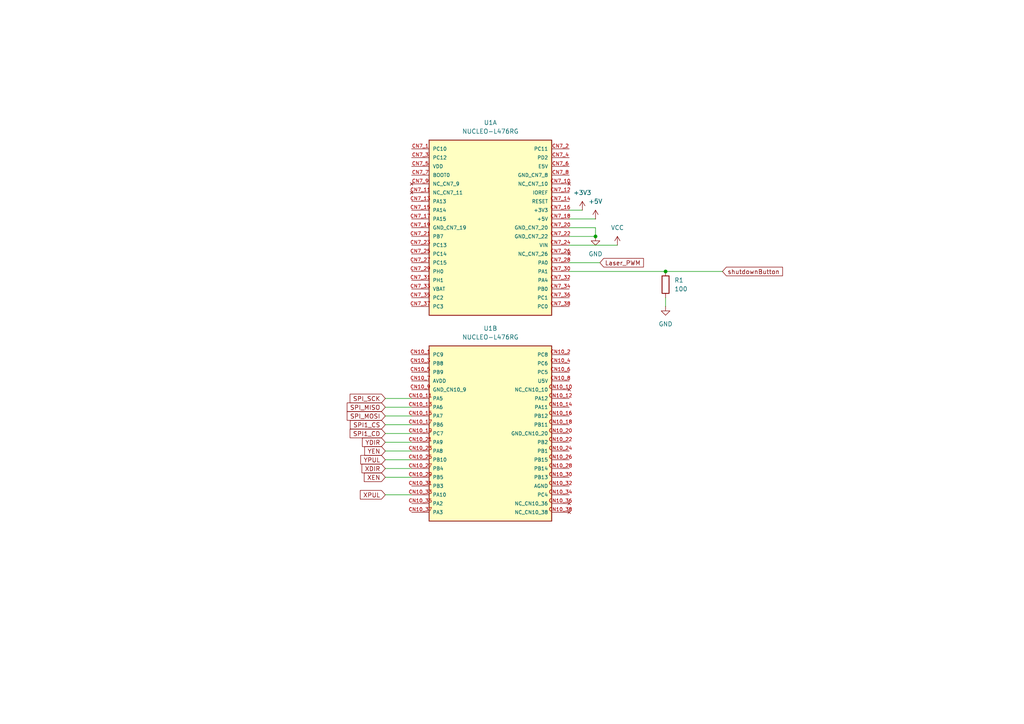
<source format=kicad_sch>
(kicad_sch (version 20231120) (generator "eeschema") (generator_version "8.0")
  (paper "A4")
  (lib_symbols
    (symbol "Device:R" (pin_numbers hide) (pin_names (offset 0))
      (property "Reference" "R" (at 2.032 0 90))
      (property "Value" "R" (at 0 0 90))
      (symbol "R_0_1"
        (rectangle (start -1.016 -2.54) (end 1.016 2.54) (stroke (width 0.254)))
      )
      (symbol "R_1_1"
        (pin passive line (at 0 3.81 270) (length 1.27) (name "~") (number "1"))
        (pin passive line (at 0 -3.81 90) (length 1.27) (name "~") (number "2"))
      )
    )
    (symbol "NUCLEO-L476RG:NUCLEO-L476RG" (pin_names (offset 1.016))
      (property "Reference" "U" (at -17.78 26.162 0))
      (property "Value" "NUCLEO-L476RG" (at -17.78 -27.94 0))
      (symbol "NUCLEO-L476RG_1_0"
        (rectangle (start -17.78 -25.4) (end 17.78 25.4) (stroke (width 0.254)) (fill (type background)))
        (pin bidirectional line (at -22.86 22.86 0) (length 5.08) (name "PC10") (number "CN7_1"))
        (pin no_connect line (at 22.86 12.7 180) (length 5.08) (name "NC_CN7_10") (number "CN7_10"))
        (pin no_connect line (at -22.86 10.16 0) (length 5.08) (name "NC_CN7_11") (number "CN7_11"))
        (pin input line (at 22.86 10.16 180) (length 5.08) (name "IOREF") (number "CN7_12"))
        (pin bidirectional line (at -22.86 7.62 0) (length 5.08) (name "PA13") (number "CN7_13"))
        (pin input line (at 22.86 7.62 180) (length 5.08) (name "RESET") (number "CN7_14"))
        (pin bidirectional line (at -22.86 5.08 0) (length 5.08) (name "PA14") (number "CN7_15"))
        (pin power_in line (at 22.86 5.08 180) (length 5.08) (name "+3V3") (number "CN7_16"))
        (pin bidirectional line (at -22.86 2.54 0) (length 5.08) (name "PA15") (number "CN7_17"))
        (pin power_in line (at 22.86 2.54 180) (length 5.08) (name "+5V") (number "CN7_18"))
        (pin power_in line (at -22.86 0 0) (length 5.08) (name "GND_CN7_19") (number "CN7_19"))
        (pin bidirectional line (at 22.86 22.86 180) (length 5.08) (name "PC11") (number "CN7_2"))
        (pin power_in line (at 22.86 0 180) (length 5.08) (name "GND_CN7_20") (number "CN7_20"))
        (pin bidirectional line (at -22.86 -2.54 0) (length 5.08) (name "PB7") (number "CN7_21"))
        (pin power_in line (at 22.86 -2.54 180) (length 5.08) (name "GND_CN7_22") (number "CN7_22"))
        (pin bidirectional line (at -22.86 -5.08 0) (length 5.08) (name "PC13") (number "CN7_23"))
        (pin power_in line (at 22.86 -5.08 180) (length 5.08) (name "VIN") (number "CN7_24"))
        (pin bidirectional line (at -22.86 -7.62 0) (length 5.08) (name "PC14") (number "CN7_25"))
        (pin no_connect line (at 22.86 -7.62 180) (length 5.08) (name "NC_CN7_26") (number "CN7_26"))
        (pin bidirectional line (at -22.86 -10.16 0) (length 5.08) (name "PC15") (number "CN7_27"))
        (pin bidirectional line (at 22.86 -10.16 180) (length 5.08) (name "PA0") (number "CN7_28"))
        (pin bidirectional line (at -22.86 -12.7 0) (length 5.08) (name "PH0") (number "CN7_29"))
        (pin bidirectional line (at -22.86 20.32 0) (length 5.08) (name "PC12") (number "CN7_3"))
        (pin bidirectional line (at 22.86 -12.7 180) (length 5.08) (name "PA1") (number "CN7_30"))
        (pin bidirectional line (at -22.86 -15.24 0) (length 5.08) (name "PH1") (number "CN7_31"))
        (pin bidirectional line (at 22.86 -15.24 180) (length 5.08) (name "PA4") (number "CN7_32"))
        (pin power_in line (at -22.86 -17.78 0) (length 5.08) (name "VBAT") (number "CN7_33"))
        (pin bidirectional line (at 22.86 -17.78 180) (length 5.08) (name "PB0") (number "CN7_34"))
        (pin bidirectional line (at -22.86 -20.32 0) (length 5.08) (name "PC2") (number "CN7_35"))
        (pin bidirectional line (at 22.86 -20.32 180) (length 5.08) (name "PC1") (number "CN7_36"))
        (pin bidirectional line (at -22.86 -22.86 0) (length 5.08) (name "PC3") (number "CN7_37"))
        (pin bidirectional line (at 22.86 -22.86 180) (length 5.08) (name "PC0") (number "CN7_38"))
        (pin bidirectional line (at 22.86 20.32 180) (length 5.08) (name "PD2") (number "CN7_4"))
        (pin power_in line (at -22.86 17.78 0) (length 5.08) (name "VDD") (number "CN7_5"))
        (pin power_in line (at 22.86 17.78 180) (length 5.08) (name "E5V") (number "CN7_6"))
        (pin input line (at -22.86 15.24 0) (length 5.08) (name "BOOT0") (number "CN7_7"))
        (pin power_in line (at 22.86 15.24 180) (length 5.08) (name "GND_CN7_8") (number "CN7_8"))
        (pin no_connect line (at -22.86 12.7 0) (length 5.08) (name "NC_CN7_9") (number "CN7_9"))
      )
      (symbol "NUCLEO-L476RG_2_0"
        (rectangle (start -17.78 -25.4) (end 17.78 25.4) (stroke (width 0.254)) (fill (type background)))
        (pin bidirectional line (at -22.86 22.86 0) (length 5.08) (name "PC9") (number "CN10_1"))
        (pin no_connect line (at 22.86 12.7 180) (length 5.08) (name "NC_CN10_10") (number "CN10_10"))
        (pin bidirectional line (at -22.86 10.16 0) (length 5.08) (name "PA5") (number "CN10_11"))
        (pin bidirectional line (at 22.86 10.16 180) (length 5.08) (name "PA12") (number "CN10_12"))
        (pin bidirectional line (at -22.86 7.62 0) (length 5.08) (name "PA6") (number "CN10_13"))
        (pin bidirectional line (at 22.86 7.62 180) (length 5.08) (name "PA11") (number "CN10_14"))
        (pin bidirectional line (at -22.86 5.08 0) (length 5.08) (name "PA7") (number "CN10_15"))
        (pin bidirectional line (at 22.86 5.08 180) (length 5.08) (name "PB12") (number "CN10_16"))
        (pin bidirectional line (at -22.86 2.54 0) (length 5.08) (name "PB6") (number "CN10_17"))
        (pin bidirectional line (at 22.86 2.54 180) (length 5.08) (name "PB11") (number "CN10_18"))
        (pin bidirectional line (at -22.86 0 0) (length 5.08) (name "PC7") (number "CN10_19"))
        (pin bidirectional line (at 22.86 22.86 180) (length 5.08) (name "PC8") (number "CN10_2"))
        (pin power_in line (at 22.86 0 180) (length 5.08) (name "GND_CN10_20") (number "CN10_20"))
        (pin bidirectional line (at -22.86 -2.54 0) (length 5.08) (name "PA9") (number "CN10_21"))
        (pin bidirectional line (at 22.86 -2.54 180) (length 5.08) (name "PB2") (number "CN10_22"))
        (pin bidirectional line (at -22.86 -5.08 0) (length 5.08) (name "PA8") (number "CN10_23"))
        (pin bidirectional line (at 22.86 -5.08 180) (length 5.08) (name "PB1") (number "CN10_24"))
        (pin bidirectional line (at -22.86 -7.62 0) (length 5.08) (name "PB10") (number "CN10_25"))
        (pin bidirectional line (at 22.86 -7.62 180) (length 5.08) (name "PB15") (number "CN10_26"))
        (pin bidirectional line (at -22.86 -10.16 0) (length 5.08) (name "PB4") (number "CN10_27"))
        (pin bidirectional line (at 22.86 -10.16 180) (length 5.08) (name "PB14") (number "CN10_28"))
        (pin bidirectional line (at -22.86 -12.7 0) (length 5.08) (name "PB5") (number "CN10_29"))
        (pin bidirectional line (at -22.86 20.32 0) (length 5.08) (name "PB8") (number "CN10_3"))
        (pin bidirectional line (at 22.86 -12.7 180) (length 5.08) (name "PB13") (number "CN10_30"))
        (pin bidirectional line (at -22.86 -15.24 0) (length 5.08) (name "PB3") (number "CN10_31"))
        (pin power_in line (at 22.86 -15.24 180) (length 5.08) (name "AGND") (number "CN10_32"))
        (pin bidirectional line (at -22.86 -17.78 0) (length 5.08) (name "PA10") (number "CN10_33"))
        (pin bidirectional line (at 22.86 -17.78 180) (length 5.08) (name "PC4") (number "CN10_34"))
        (pin bidirectional line (at -22.86 -20.32 0) (length 5.08) (name "PA2") (number "CN10_35"))
        (pin no_connect line (at 22.86 -20.32 180) (length 5.08) (name "NC_CN10_36") (number "CN10_36"))
        (pin bidirectional line (at -22.86 -22.86 0) (length 5.08) (name "PA3") (number "CN10_37"))
        (pin no_connect line (at 22.86 -22.86 180) (length 5.08) (name "NC_CN10_38") (number "CN10_38"))
        (pin bidirectional line (at 22.86 20.32 180) (length 5.08) (name "PC6") (number "CN10_4"))
        (pin bidirectional line (at -22.86 17.78 0) (length 5.08) (name "PB9") (number "CN10_5"))
        (pin bidirectional line (at 22.86 17.78 180) (length 5.08) (name "PC5") (number "CN10_6"))
        (pin power_in line (at -22.86 15.24 0) (length 5.08) (name "AVDD") (number "CN10_7"))
        (pin power_in line (at 22.86 15.24 180) (length 5.08) (name "U5V") (number "CN10_8"))
        (pin power_in line (at -22.86 12.7 0) (length 5.08) (name "GND_CN10_9") (number "CN10_9"))
      )
    )
    (symbol "power:+3V3" (power) (pin_numbers hide) (pin_names (offset 0) hide)
      (property "Value" "+3V3" (at 0 3.556 0))
      (symbol "+3V3_0_1"
        (polyline (pts (xy -0.762 1.27) (xy 0 2.54)))
        (polyline (pts (xy 0 0) (xy 0 2.54)))
        (polyline (pts (xy 0 2.54) (xy 0.762 1.27)))
      )
      (symbol "+3V3_1_1"
        (pin power_in line (at 0 0 90) (length 0) (name "~") (number "1"))
      )
    )
    (symbol "power:+5V" (power) (pin_numbers hide) (pin_names (offset 0) hide)
      (property "Value" "+5V" (at 0 3.556 0))
      (symbol "+5V_0_1"
        (polyline (pts (xy -0.762 1.27) (xy 0 2.54)))
        (polyline (pts (xy 0 0) (xy 0 2.54)))
        (polyline (pts (xy 0 2.54) (xy 0.762 1.27)))
      )
      (symbol "+5V_1_1"
        (pin power_in line (at 0 0 90) (length 0) (name "~") (number "1"))
      )
    )
    (symbol "power:GND" (power) (pin_numbers hide) (pin_names (offset 0) hide)
      (property "Value" "GND" (at 0 -3.81 0))
      (symbol "GND_0_1"
        (polyline (pts (xy 0 0) (xy 0 -1.27) (xy 1.27 -1.27) (xy 0 -2.54) (xy -1.27 -1.27) (xy 0 -1.27)))
      )
      (symbol "GND_1_1"
        (pin power_in line (at 0 0 270) (length 0) (name "~") (number "1"))
      )
    )
    (symbol "power:VCC" (power) (pin_numbers hide) (pin_names (offset 0) hide)
      (property "Value" "VCC" (at 0 3.556 0))
      (symbol "VCC_0_1"
        (polyline (pts (xy -0.762 1.27) (xy 0 2.54)))
        (polyline (pts (xy 0 0) (xy 0 2.54)))
        (polyline (pts (xy 0 2.54) (xy 0.762 1.27)))
      )
      (symbol "VCC_1_1"
        (pin power_in line (at 0 0 90) (length 0) (name "~") (number "1"))
      )
    )
  )
  (junction (at 172.72 68.58))
  (junction (at 193.04 78.74))
  (wire (pts (xy 165.1 68.58) (xy 172.72 68.58)))
  (wire (pts (xy 111.76 120.65) (xy 119.38 120.65)))
  (wire (pts (xy 111.76 138.43) (xy 119.38 138.43)))
  (wire (pts (xy 111.76 133.35) (xy 119.38 133.35)))
  (wire (pts (xy 193.04 78.74) (xy 165.1 78.74)))
  (wire (pts (xy 165.1 66.04) (xy 172.72 66.04)))
  (wire (pts (xy 172.72 66.04) (xy 172.72 68.58)))
  (wire (pts (xy 165.1 71.12) (xy 179.07 71.12)))
  (wire (pts (xy 111.76 128.27) (xy 119.38 128.27)))
  (wire (pts (xy 111.76 130.81) (xy 119.38 130.81)))
  (wire (pts (xy 111.76 143.51) (xy 119.38 143.51)))
  (wire (pts (xy 209.55 78.74) (xy 193.04 78.74)))
  (wire (pts (xy 111.76 135.89) (xy 119.38 135.89)))
  (wire (pts (xy 165.1 76.2) (xy 173.99 76.2)))
  (wire (pts (xy 111.76 125.73) (xy 119.38 125.73)))
  (wire (pts (xy 165.1 60.96) (xy 168.91 60.96)))
  (wire (pts (xy 111.76 123.19) (xy 119.38 123.19)))
  (wire (pts (xy 111.76 118.11) (xy 119.38 118.11)))
  (wire (pts (xy 111.76 115.57) (xy 119.38 115.57)))
  (wire (pts (xy 165.1 63.5) (xy 172.72 63.5)))
  (wire (pts (xy 193.04 86.36) (xy 193.04 88.9)))
  (global_label "SPI_MOSI" (shape input) (at 111.76 120.65 180) (property "Intersheetrefs" "${INTERSHEET_REFS}" (effects (hide yes))))
  (global_label "YEN" (shape input) (at 111.76 130.81 180) (property "Intersheetrefs" "${INTERSHEET_REFS}" (effects (hide yes))))
  (global_label "SPI_SCK" (shape input) (at 111.76 115.57 180) (property "Intersheetrefs" "${INTERSHEET_REFS}" (effects (hide yes))))
  (global_label "YDIR" (shape input) (at 111.76 128.27 180) (property "Intersheetrefs" "${INTERSHEET_REFS}" (effects (hide yes))))
  (global_label "Laser_PWM" (shape input) (at 173.99 76.2 0) (property "Intersheetrefs" "${INTERSHEET_REFS}" (effects (hide yes))))
  (global_label "YPUL" (shape input) (at 111.76 133.35 180) (property "Intersheetrefs" "${INTERSHEET_REFS}" (effects (hide yes))))
  (global_label "SPI_MISO" (shape input) (at 111.76 118.11 180) (property "Intersheetrefs" "${INTERSHEET_REFS}" (effects (hide yes))))
  (global_label "SPI1_CS" (shape input) (at 111.76 123.19 180) (property "Intersheetrefs" "${INTERSHEET_REFS}" (effects (hide yes))))
  (global_label "XEN" (shape input) (at 111.76 138.43 180) (property "Intersheetrefs" "${INTERSHEET_REFS}" (effects (hide yes))))
  (global_label "XDIR" (shape input) (at 111.76 135.89 180) (property "Intersheetrefs" "${INTERSHEET_REFS}" (effects (hide yes))))
  (global_label "shutdownButton" (shape input) (at 209.55 78.74 0) (property "Intersheetrefs" "${INTERSHEET_REFS}" (effects (hide yes))))
  (global_label "XPUL" (shape input) (at 111.76 143.51 180) (property "Intersheetrefs" "${INTERSHEET_REFS}" (effects (hide yes))))
  (global_label "SPI1_CD" (shape input) (at 111.76 125.73 180) (property "Intersheetrefs" "${INTERSHEET_REFS}" (effects (hide yes))))
  (symbol (lib_id "power:VCC") (at 179.07 71.12 0) (unit 1)
    (property "Reference" "#PWR05" (effects (hide yes)))
    (property "Value" "VCC" (at 179.07 66.04 0))
    (property "Description" "Power symbol creates a global label with name \"VCC\"" (effects (hide yes)))
  )
  (symbol (lib_id "power:GND") (at 172.72 68.58 0) (unit 1)
    (property "Reference" "#PWR03" (effects (hide yes)))
    (property "Value" "GND" (at 172.72 73.66 0))
    (property "Description" "Power symbol creates a global label with name \"GND\" , ground" (effects (hide yes)))
  )
  (symbol (lib_id "power:+3V3") (at 168.91 60.96 0) (unit 1)
    (property "Reference" "#PWR04" (effects (hide yes)))
    (property "Value" "+3V3" (at 168.91 55.88 0))
    (property "Description" "Power symbol creates a global label with name \"+3V3\"" (effects (hide yes)))
  )
  (symbol (lib_id "power:GND") (at 193.04 88.9 0) (unit 1)
    (property "Reference" "#PWR01" (effects (hide yes)))
    (property "Value" "GND" (at 193.04 93.98 0))
    (property "Description" "Power symbol creates a global label with name \"GND\" , ground" (effects (hide yes)))
  )
  (symbol (lib_id "Device:R") (at 193.04 82.55 0) (unit 1)
    (property "Reference" "R1" (at 195.58 81.2799 0) (effects (justify left)))
    (property "Value" "100" (at 195.58 83.8199 0) (effects (justify left)))
    (property "Footprint" "Resistor_THT:R_Axial_DIN0411_L9.9mm_D3.6mm_P12.70mm_Horizontal" (effects (hide yes)))
    (property "Description" "Resistor" (effects (hide yes)))
  )
  (symbol (lib_id "NUCLEO-L476RG:NUCLEO-L476RG") (at 142.24 66.04 0) (unit 1)
    (property "Reference" "U1" (at 142.24 35.56 0))
    (property "Value" "NUCLEO-L476RG" (at 142.24 38.1 0))
    (property "Footprint" "Library:MODULE_NUCLEO-L476RG" (effects (hide yes)))
    (property "MF" "STMicroelectronics" (effects (hide yes)))
    (property "Description_1" "\n                        \n                            STM32L476RG, mbed-Enabled Development Nucleo-64 STM32L4 ARM® Cortex®-M4 MCU 32-Bit Embedded Evaluation Board\n                        \n" (effects (hide yes)))
    (property "Package" "None" (effects (hide yes)))
    (property "Price" "None" (effects (hide yes)))
    (property "Check_prices" "https://www.snapeda.com/parts/NUCLEO-L476RG/STMicroelectronics/view-part/?ref=eda" (effects (hide yes)))
    (property "STANDARD" "Manufacturer Recommendations" (effects (hide yes)))
    (property "PARTREV" "15" (effects (hide yes)))
    (property "SnapEDA_Link" "https://www.snapeda.com/parts/NUCLEO-L476RG/STMicroelectronics/view-part/?ref=snap" (effects (hide yes)))
    (property "MP" "NUCLEO-L476RG" (effects (hide yes)))
    (property "Availability" "In Stock" (effects (hide yes)))
    (property "MANUFACTURER" "STmicroelectronics" (effects (hide yes)))
  )
  (symbol (lib_id "power:+5V") (at 172.72 63.5 0) (unit 1)
    (property "Reference" "#PWR02" (effects (hide yes)))
    (property "Value" "+5V" (at 172.72 58.42 0))
    (property "Description" "Power symbol creates a global label with name \"+5V\"" (effects (hide yes)))
  )
  (symbol (lib_id "NUCLEO-L476RG:NUCLEO-L476RG") (at 142.24 125.73 0) (unit 2)
    (property "Reference" "U1" (at 142.24 95.25 0))
    (property "Value" "NUCLEO-L476RG" (at 142.24 97.79 0))
    (property "Footprint" "Library:MODULE_NUCLEO-L476RG" (effects (hide yes)))
    (property "MF" "STMicroelectronics" (effects (hide yes)))
    (property "Description_1" "\n                        \n                            STM32L476RG, mbed-Enabled Development Nucleo-64 STM32L4 ARM® Cortex®-M4 MCU 32-Bit Embedded Evaluation Board\n                        \n" (effects (hide yes)))
    (property "Package" "None" (effects (hide yes)))
    (property "Price" "None" (effects (hide yes)))
    (property "Check_prices" "https://www.snapeda.com/parts/NUCLEO-L476RG/STMicroelectronics/view-part/?ref=eda" (effects (hide yes)))
    (property "STANDARD" "Manufacturer Recommendations" (effects (hide yes)))
    (property "PARTREV" "15" (effects (hide yes)))
    (property "SnapEDA_Link" "https://www.snapeda.com/parts/NUCLEO-L476RG/STMicroelectronics/view-part/?ref=snap" (effects (hide yes)))
    (property "MP" "NUCLEO-L476RG" (effects (hide yes)))
    (property "Availability" "In Stock" (effects (hide yes)))
    (property "MANUFACTURER" "STmicroelectronics" (effects (hide yes)))
  )
)
</source>
